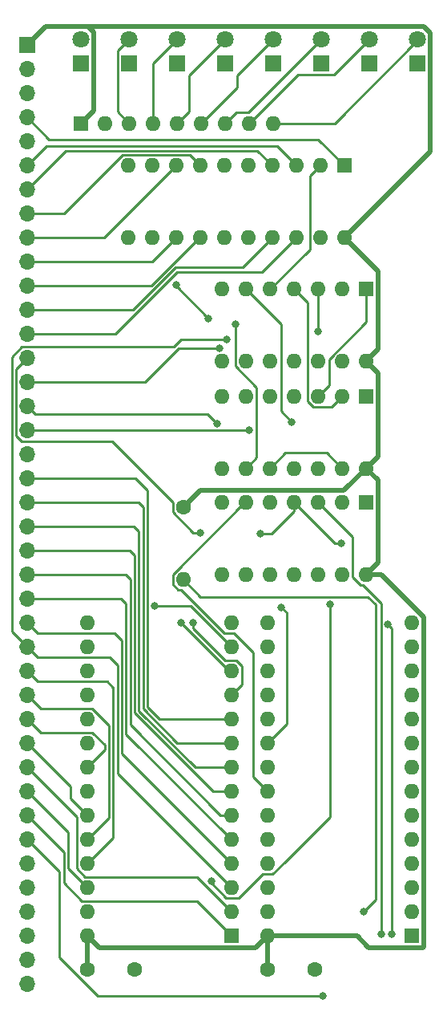
<source format=gbr>
%TF.GenerationSoftware,KiCad,Pcbnew,5.1.6-c6e7f7d~87~ubuntu18.04.1*%
%TF.CreationDate,2020-10-23T19:42:14+01:00*%
%TF.ProjectId,Banked_ROM,42616e6b-6564-45f5-924f-4d2e6b696361,rev?*%
%TF.SameCoordinates,Original*%
%TF.FileFunction,Copper,L1,Top*%
%TF.FilePolarity,Positive*%
%FSLAX46Y46*%
G04 Gerber Fmt 4.6, Leading zero omitted, Abs format (unit mm)*
G04 Created by KiCad (PCBNEW 5.1.6-c6e7f7d~87~ubuntu18.04.1) date 2020-10-23 19:42:14*
%MOMM*%
%LPD*%
G01*
G04 APERTURE LIST*
%TA.AperFunction,ComponentPad*%
%ADD10O,1.600000X1.600000*%
%TD*%
%TA.AperFunction,ComponentPad*%
%ADD11R,1.600000X1.600000*%
%TD*%
%TA.AperFunction,ComponentPad*%
%ADD12C,1.600000*%
%TD*%
%TA.AperFunction,ComponentPad*%
%ADD13O,1.700000X1.700000*%
%TD*%
%TA.AperFunction,ComponentPad*%
%ADD14R,1.700000X1.700000*%
%TD*%
%TA.AperFunction,ComponentPad*%
%ADD15C,1.800000*%
%TD*%
%TA.AperFunction,ComponentPad*%
%ADD16R,1.800000X1.800000*%
%TD*%
%TA.AperFunction,ViaPad*%
%ADD17C,0.800000*%
%TD*%
%TA.AperFunction,Conductor*%
%ADD18C,0.500000*%
%TD*%
%TA.AperFunction,Conductor*%
%ADD19C,0.250000*%
%TD*%
G04 APERTURE END LIST*
D10*
%TO.P,U6,20*%
%TO.N,+5V*%
X130048000Y-66040000D03*
%TO.P,U6,10*%
%TO.N,GND*%
X107188000Y-58420000D03*
%TO.P,U6,19*%
%TO.N,Net-(D8-Pad1)*%
X127508000Y-66040000D03*
%TO.P,U6,9*%
%TO.N,Net-(D4-Pad1)*%
X109728000Y-58420000D03*
%TO.P,U6,18*%
%TO.N,/D7*%
X124968000Y-66040000D03*
%TO.P,U6,8*%
%TO.N,/D3*%
X112268000Y-58420000D03*
%TO.P,U6,17*%
%TO.N,/D6*%
X122428000Y-66040000D03*
%TO.P,U6,7*%
%TO.N,/D2*%
X114808000Y-58420000D03*
%TO.P,U6,16*%
%TO.N,Net-(D7-Pad1)*%
X119888000Y-66040000D03*
%TO.P,U6,6*%
%TO.N,Net-(D3-Pad1)*%
X117348000Y-58420000D03*
%TO.P,U6,15*%
%TO.N,Net-(D6-Pad1)*%
X117348000Y-66040000D03*
%TO.P,U6,5*%
%TO.N,Net-(D2-Pad1)*%
X119888000Y-58420000D03*
%TO.P,U6,14*%
%TO.N,/D5*%
X114808000Y-66040000D03*
%TO.P,U6,4*%
%TO.N,/D1*%
X122428000Y-58420000D03*
%TO.P,U6,13*%
%TO.N,/D4*%
X112268000Y-66040000D03*
%TO.P,U6,3*%
%TO.N,/D0*%
X124968000Y-58420000D03*
%TO.P,U6,12*%
%TO.N,Net-(D5-Pad1)*%
X109728000Y-66040000D03*
%TO.P,U6,2*%
%TO.N,BANK_SEL*%
X127508000Y-58420000D03*
%TO.P,U6,11*%
%TO.N,Net-(U3-Pad2)*%
X107188000Y-66040000D03*
D11*
%TO.P,U6,1*%
%TO.N,RESET*%
X130048000Y-58420000D03*
%TD*%
D10*
%TO.P,U7,28*%
%TO.N,+5V*%
X102870000Y-139700000D03*
%TO.P,U7,14*%
%TO.N,GND*%
X118110000Y-106680000D03*
%TO.P,U7,27*%
%TO.N,MEM_WR*%
X102870000Y-137160000D03*
%TO.P,U7,13*%
%TO.N,/D2*%
X118110000Y-109220000D03*
%TO.P,U7,26*%
%TO.N,/A13*%
X102870000Y-134620000D03*
%TO.P,U7,12*%
%TO.N,/D1*%
X118110000Y-111760000D03*
%TO.P,U7,25*%
%TO.N,/A8*%
X102870000Y-132080000D03*
%TO.P,U7,11*%
%TO.N,/D0*%
X118110000Y-114300000D03*
%TO.P,U7,24*%
%TO.N,/A9*%
X102870000Y-129540000D03*
%TO.P,U7,10*%
%TO.N,/A0*%
X118110000Y-116840000D03*
%TO.P,U7,23*%
%TO.N,/A11*%
X102870000Y-127000000D03*
%TO.P,U7,9*%
%TO.N,/A1*%
X118110000Y-119380000D03*
%TO.P,U7,22*%
%TO.N,MEM_RD*%
X102870000Y-124460000D03*
%TO.P,U7,8*%
%TO.N,/A2*%
X118110000Y-121920000D03*
%TO.P,U7,21*%
%TO.N,/A10*%
X102870000Y-121920000D03*
%TO.P,U7,7*%
%TO.N,/A3*%
X118110000Y-124460000D03*
%TO.P,U7,20*%
%TO.N,RAM_EN*%
X102870000Y-119380000D03*
%TO.P,U7,6*%
%TO.N,/A4*%
X118110000Y-127000000D03*
%TO.P,U7,19*%
%TO.N,/D7*%
X102870000Y-116840000D03*
%TO.P,U7,5*%
%TO.N,/A5*%
X118110000Y-129540000D03*
%TO.P,U7,18*%
%TO.N,/D6*%
X102870000Y-114300000D03*
%TO.P,U7,4*%
%TO.N,/A6*%
X118110000Y-132080000D03*
%TO.P,U7,17*%
%TO.N,/D5*%
X102870000Y-111760000D03*
%TO.P,U7,3*%
%TO.N,/A7*%
X118110000Y-134620000D03*
%TO.P,U7,16*%
%TO.N,/D4*%
X102870000Y-109220000D03*
%TO.P,U7,2*%
%TO.N,/A12*%
X118110000Y-137160000D03*
%TO.P,U7,15*%
%TO.N,/D3*%
X102870000Y-106680000D03*
D11*
%TO.P,U7,1*%
%TO.N,/A14*%
X118110000Y-139700000D03*
%TD*%
D10*
%TO.P,U5,28*%
%TO.N,+5V*%
X121920000Y-139700000D03*
%TO.P,U5,14*%
%TO.N,GND*%
X137160000Y-106680000D03*
%TO.P,U5,27*%
%TO.N,Net-(R1-Pad2)*%
X121920000Y-137160000D03*
%TO.P,U5,13*%
%TO.N,/D2*%
X137160000Y-109220000D03*
%TO.P,U5,26*%
%TO.N,N/C*%
X121920000Y-134620000D03*
%TO.P,U5,12*%
%TO.N,/D1*%
X137160000Y-111760000D03*
%TO.P,U5,25*%
%TO.N,/A8*%
X121920000Y-132080000D03*
%TO.P,U5,11*%
%TO.N,/D0*%
X137160000Y-114300000D03*
%TO.P,U5,24*%
%TO.N,/A9*%
X121920000Y-129540000D03*
%TO.P,U5,10*%
%TO.N,/A0*%
X137160000Y-116840000D03*
%TO.P,U5,23*%
%TO.N,/A11*%
X121920000Y-127000000D03*
%TO.P,U5,9*%
%TO.N,/A1*%
X137160000Y-119380000D03*
%TO.P,U5,22*%
%TO.N,MEM_RD*%
X121920000Y-124460000D03*
%TO.P,U5,8*%
%TO.N,/A2*%
X137160000Y-121920000D03*
%TO.P,U5,21*%
%TO.N,/A10*%
X121920000Y-121920000D03*
%TO.P,U5,7*%
%TO.N,/A3*%
X137160000Y-124460000D03*
%TO.P,U5,20*%
%TO.N,ROM_EN*%
X121920000Y-119380000D03*
%TO.P,U5,6*%
%TO.N,/A4*%
X137160000Y-127000000D03*
%TO.P,U5,19*%
%TO.N,/D7*%
X121920000Y-116840000D03*
%TO.P,U5,5*%
%TO.N,/A5*%
X137160000Y-129540000D03*
%TO.P,U5,18*%
%TO.N,/D6*%
X121920000Y-114300000D03*
%TO.P,U5,4*%
%TO.N,/A6*%
X137160000Y-132080000D03*
%TO.P,U5,17*%
%TO.N,/D5*%
X121920000Y-111760000D03*
%TO.P,U5,3*%
%TO.N,/A7*%
X137160000Y-134620000D03*
%TO.P,U5,16*%
%TO.N,/D4*%
X121920000Y-109220000D03*
%TO.P,U5,2*%
%TO.N,/A12*%
X137160000Y-137160000D03*
%TO.P,U5,15*%
%TO.N,/D3*%
X121920000Y-106680000D03*
D11*
%TO.P,U5,1*%
%TO.N,N/C*%
X137160000Y-139700000D03*
%TD*%
D10*
%TO.P,U3,14*%
%TO.N,+5V*%
X132364480Y-79090520D03*
%TO.P,U3,7*%
%TO.N,GND*%
X117124480Y-71470520D03*
%TO.P,U3,13*%
X129824480Y-79090520D03*
%TO.P,U3,6*%
%TO.N,Net-(U2-Pad12)*%
X119664480Y-71470520D03*
%TO.P,U3,12*%
%TO.N,Net-(U3-Pad12)*%
X127284480Y-79090520D03*
%TO.P,U3,5*%
%TO.N,BANK_SEL*%
X122204480Y-71470520D03*
%TO.P,U3,11*%
%TO.N,GND*%
X124744480Y-79090520D03*
%TO.P,U3,4*%
%TO.N,Net-(U2-Pad2)*%
X124744480Y-71470520D03*
%TO.P,U3,10*%
%TO.N,Net-(U3-Pad10)*%
X122204480Y-79090520D03*
%TO.P,U3,3*%
%TO.N,/A7*%
X127284480Y-71470520D03*
%TO.P,U3,9*%
%TO.N,GND*%
X119664480Y-79090520D03*
%TO.P,U3,2*%
%TO.N,Net-(U3-Pad2)*%
X129824480Y-71470520D03*
%TO.P,U3,8*%
%TO.N,Net-(U3-Pad8)*%
X117124480Y-79090520D03*
D11*
%TO.P,U3,1*%
%TO.N,Net-(U2-Pad3)*%
X132364480Y-71470520D03*
%TD*%
D10*
%TO.P,U2,14*%
%TO.N,+5V*%
X132346700Y-90375740D03*
%TO.P,U2,7*%
%TO.N,GND*%
X117106700Y-82755740D03*
%TO.P,U2,13*%
%TO.N,A15*%
X129806700Y-90375740D03*
%TO.P,U2,6*%
%TO.N,Net-(U2-Pad1)*%
X119646700Y-82755740D03*
%TO.P,U2,12*%
%TO.N,Net-(U2-Pad12)*%
X127266700Y-90375740D03*
%TO.P,U2,5*%
%TO.N,WR*%
X122186700Y-82755740D03*
%TO.P,U2,11*%
%TO.N,RAM_EN*%
X124726700Y-90375740D03*
%TO.P,U2,4*%
%TO.N,IORQ*%
X124726700Y-82755740D03*
%TO.P,U2,10*%
%TO.N,A15*%
X122186700Y-90375740D03*
%TO.P,U2,3*%
%TO.N,Net-(U2-Pad3)*%
X127266700Y-82755740D03*
%TO.P,U2,9*%
%TO.N,BANK_SEL*%
X119646700Y-90375740D03*
%TO.P,U2,2*%
%TO.N,Net-(U2-Pad2)*%
X129806700Y-82755740D03*
%TO.P,U2,8*%
%TO.N,ROM_EN*%
X117106700Y-90375740D03*
D11*
%TO.P,U2,1*%
%TO.N,Net-(U2-Pad1)*%
X132346700Y-82755740D03*
%TD*%
D10*
%TO.P,U1,14*%
%TO.N,+5V*%
X132334000Y-101600000D03*
%TO.P,U1,7*%
%TO.N,GND*%
X117094000Y-93980000D03*
%TO.P,U1,13*%
X129794000Y-101600000D03*
%TO.P,U1,6*%
%TO.N,MEM_RD*%
X119634000Y-93980000D03*
%TO.P,U1,12*%
%TO.N,GND*%
X127254000Y-101600000D03*
%TO.P,U1,5*%
%TO.N,RD*%
X122174000Y-93980000D03*
%TO.P,U1,11*%
%TO.N,Net-(U1-Pad11)*%
X124714000Y-101600000D03*
%TO.P,U1,4*%
%TO.N,MREQ*%
X124714000Y-93980000D03*
%TO.P,U1,10*%
%TO.N,GND*%
X122174000Y-101600000D03*
%TO.P,U1,3*%
%TO.N,MEM_WR*%
X127254000Y-93980000D03*
%TO.P,U1,9*%
%TO.N,GND*%
X119634000Y-101600000D03*
%TO.P,U1,2*%
%TO.N,WR*%
X129794000Y-93980000D03*
%TO.P,U1,8*%
%TO.N,Net-(U1-Pad8)*%
X117094000Y-101600000D03*
D11*
%TO.P,U1,1*%
%TO.N,MREQ*%
X132334000Y-93980000D03*
%TD*%
D10*
%TO.P,RN1,9*%
%TO.N,Net-(D8-Pad2)*%
X122555000Y-53975000D03*
%TO.P,RN1,8*%
%TO.N,Net-(D7-Pad2)*%
X120015000Y-53975000D03*
%TO.P,RN1,7*%
%TO.N,Net-(D6-Pad2)*%
X117475000Y-53975000D03*
%TO.P,RN1,6*%
%TO.N,Net-(D5-Pad2)*%
X114935000Y-53975000D03*
%TO.P,RN1,5*%
%TO.N,Net-(D4-Pad2)*%
X112395000Y-53975000D03*
%TO.P,RN1,4*%
%TO.N,Net-(D3-Pad2)*%
X109855000Y-53975000D03*
%TO.P,RN1,3*%
%TO.N,Net-(D2-Pad2)*%
X107315000Y-53975000D03*
%TO.P,RN1,2*%
%TO.N,Net-(D1-Pad2)*%
X104775000Y-53975000D03*
D11*
%TO.P,RN1,1*%
%TO.N,+5V*%
X102235000Y-53975000D03*
%TD*%
D10*
%TO.P,R1,2*%
%TO.N,Net-(R1-Pad2)*%
X113030000Y-102108000D03*
D12*
%TO.P,R1,1*%
%TO.N,+5V*%
X113030000Y-94488000D03*
%TD*%
D13*
%TO.P,J1,40*%
%TO.N,Net-(J1-Pad40)*%
X96520000Y-144780000D03*
%TO.P,J1,39*%
%TO.N,Net-(J1-Pad39)*%
X96520000Y-142240000D03*
%TO.P,J1,38*%
%TO.N,Net-(J1-Pad38)*%
X96520000Y-139700000D03*
%TO.P,J1,37*%
%TO.N,Net-(J1-Pad37)*%
X96520000Y-137160000D03*
%TO.P,J1,36*%
%TO.N,Net-(J1-Pad36)*%
X96520000Y-134620000D03*
%TO.P,J1,35*%
%TO.N,Net-(J1-Pad35)*%
X96520000Y-132080000D03*
%TO.P,J1,34*%
%TO.N,A15*%
X96520000Y-129540000D03*
%TO.P,J1,33*%
%TO.N,/A14*%
X96520000Y-127000000D03*
%TO.P,J1,32*%
%TO.N,/A13*%
X96520000Y-124460000D03*
%TO.P,J1,31*%
%TO.N,/A12*%
X96520000Y-121920000D03*
%TO.P,J1,30*%
%TO.N,/A11*%
X96520000Y-119380000D03*
%TO.P,J1,29*%
%TO.N,/A10*%
X96520000Y-116840000D03*
%TO.P,J1,28*%
%TO.N,/A9*%
X96520000Y-114300000D03*
%TO.P,J1,27*%
%TO.N,/A8*%
X96520000Y-111760000D03*
%TO.P,J1,26*%
%TO.N,/A7*%
X96520000Y-109220000D03*
%TO.P,J1,25*%
%TO.N,/A6*%
X96520000Y-106680000D03*
%TO.P,J1,24*%
%TO.N,/A5*%
X96520000Y-104140000D03*
%TO.P,J1,23*%
%TO.N,/A4*%
X96520000Y-101600000D03*
%TO.P,J1,22*%
%TO.N,/A3*%
X96520000Y-99060000D03*
%TO.P,J1,21*%
%TO.N,/A2*%
X96520000Y-96520000D03*
%TO.P,J1,20*%
%TO.N,/A1*%
X96520000Y-93980000D03*
%TO.P,J1,19*%
%TO.N,/A0*%
X96520000Y-91440000D03*
%TO.P,J1,18*%
%TO.N,Net-(J1-Pad18)*%
X96520000Y-88900000D03*
%TO.P,J1,17*%
%TO.N,WR*%
X96520000Y-86360000D03*
%TO.P,J1,16*%
%TO.N,RD*%
X96520000Y-83820000D03*
%TO.P,J1,15*%
%TO.N,IORQ*%
X96520000Y-81280000D03*
%TO.P,J1,14*%
%TO.N,MREQ*%
X96520000Y-78740000D03*
%TO.P,J1,13*%
%TO.N,/D7*%
X96520000Y-76200000D03*
%TO.P,J1,12*%
%TO.N,/D6*%
X96520000Y-73660000D03*
%TO.P,J1,11*%
%TO.N,/D5*%
X96520000Y-71120000D03*
%TO.P,J1,10*%
%TO.N,/D4*%
X96520000Y-68580000D03*
%TO.P,J1,9*%
%TO.N,/D3*%
X96520000Y-66040000D03*
%TO.P,J1,8*%
%TO.N,/D2*%
X96520000Y-63500000D03*
%TO.P,J1,7*%
%TO.N,/D1*%
X96520000Y-60960000D03*
%TO.P,J1,6*%
%TO.N,/D0*%
X96520000Y-58420000D03*
%TO.P,J1,5*%
%TO.N,Net-(J1-Pad5)*%
X96520000Y-55880000D03*
%TO.P,J1,4*%
%TO.N,RESET*%
X96520000Y-53340000D03*
%TO.P,J1,3*%
%TO.N,Net-(J1-Pad3)*%
X96520000Y-50800000D03*
%TO.P,J1,2*%
%TO.N,GND*%
X96520000Y-48260000D03*
D14*
%TO.P,J1,1*%
%TO.N,+5V*%
X96520000Y-45720000D03*
%TD*%
D15*
%TO.P,D8,2*%
%TO.N,Net-(D8-Pad2)*%
X137795000Y-45085000D03*
D16*
%TO.P,D8,1*%
%TO.N,Net-(D8-Pad1)*%
X137795000Y-47625000D03*
%TD*%
D15*
%TO.P,D7,2*%
%TO.N,Net-(D7-Pad2)*%
X132715000Y-45085000D03*
D16*
%TO.P,D7,1*%
%TO.N,Net-(D7-Pad1)*%
X132715000Y-47625000D03*
%TD*%
D15*
%TO.P,D6,2*%
%TO.N,Net-(D6-Pad2)*%
X127635000Y-45085000D03*
D16*
%TO.P,D6,1*%
%TO.N,Net-(D6-Pad1)*%
X127635000Y-47625000D03*
%TD*%
D15*
%TO.P,D5,2*%
%TO.N,Net-(D5-Pad2)*%
X122555000Y-45085000D03*
D16*
%TO.P,D5,1*%
%TO.N,Net-(D5-Pad1)*%
X122555000Y-47625000D03*
%TD*%
D15*
%TO.P,D4,2*%
%TO.N,Net-(D4-Pad2)*%
X117475000Y-45085000D03*
D16*
%TO.P,D4,1*%
%TO.N,Net-(D4-Pad1)*%
X117475000Y-47625000D03*
%TD*%
D15*
%TO.P,D3,2*%
%TO.N,Net-(D3-Pad2)*%
X112395000Y-45085000D03*
D16*
%TO.P,D3,1*%
%TO.N,Net-(D3-Pad1)*%
X112395000Y-47625000D03*
%TD*%
D15*
%TO.P,D2,2*%
%TO.N,Net-(D2-Pad2)*%
X107315000Y-45085000D03*
D16*
%TO.P,D2,1*%
%TO.N,Net-(D2-Pad1)*%
X107315000Y-47625000D03*
%TD*%
D15*
%TO.P,D1,2*%
%TO.N,Net-(D1-Pad2)*%
X102235000Y-45085000D03*
D16*
%TO.P,D1,1*%
%TO.N,BANK_SEL*%
X102235000Y-47625000D03*
%TD*%
D12*
%TO.P,C2,2*%
%TO.N,GND*%
X107870000Y-143256000D03*
%TO.P,C2,1*%
%TO.N,+5V*%
X102870000Y-143256000D03*
%TD*%
%TO.P,C1,2*%
%TO.N,GND*%
X126920000Y-143256000D03*
%TO.P,C1,1*%
%TO.N,+5V*%
X121920000Y-143256000D03*
%TD*%
D17*
%TO.N,BANK_SEL*%
X118521699Y-75153301D03*
%TO.N,A15*%
X135049260Y-139514580D03*
X134651580Y-106870500D03*
X127782320Y-146029680D03*
%TO.N,/A7*%
X117609620Y-76804520D03*
X127271780Y-75928220D03*
%TO.N,WR*%
X120020080Y-86380320D03*
%TO.N,RD*%
X116583460Y-85635000D03*
%TO.N,IORQ*%
X116841085Y-77719501D03*
%TO.N,MREQ*%
X114853720Y-97221040D03*
X121145300Y-97241360D03*
X129743200Y-98277680D03*
%TO.N,/D2*%
X109982000Y-104902000D03*
%TO.N,/D1*%
X112776000Y-106680000D03*
%TO.N,/D0*%
X114046000Y-106680000D03*
%TO.N,Net-(R1-Pad2)*%
X132115560Y-137160000D03*
%TO.N,MEM_WR*%
X133926580Y-139484100D03*
%TO.N,Net-(U2-Pad12)*%
X124495560Y-85514180D03*
%TO.N,RAM_EN*%
X115966240Y-133930001D03*
X128513840Y-104757220D03*
%TO.N,ROM_EN*%
X123410980Y-105067100D03*
%TO.N,Net-(U3-Pad2)*%
X115691920Y-74554080D03*
X112273080Y-71051420D03*
%TD*%
D18*
%TO.N,+5V*%
X120669999Y-140950001D02*
X121920000Y-139700000D01*
X104120001Y-140950001D02*
X120669999Y-140950001D01*
X102870000Y-139700000D02*
X104120001Y-140950001D01*
X102870000Y-139700000D02*
X102870000Y-143256000D01*
X121920000Y-139700000D02*
X121920000Y-143256000D01*
X133584001Y-91613041D02*
X132346700Y-90375740D01*
X133584001Y-100349999D02*
X133584001Y-91613041D01*
X132334000Y-101600000D02*
X133584001Y-100349999D01*
X133596701Y-80322741D02*
X132364480Y-79090520D01*
X133596701Y-89125739D02*
X133596701Y-80322741D01*
X132346700Y-90375740D02*
X133596701Y-89125739D01*
X133614481Y-69606481D02*
X130048000Y-66040000D01*
X133614481Y-77840519D02*
X133614481Y-69606481D01*
X132364480Y-79090520D02*
X133614481Y-77840519D01*
X114788001Y-92729999D02*
X113030000Y-94488000D01*
X129992441Y-92729999D02*
X114788001Y-92729999D01*
X132346700Y-90375740D02*
X129992441Y-92729999D01*
X121920000Y-139700000D02*
X131376420Y-139700000D01*
X138410001Y-106079999D02*
X133930002Y-101600000D01*
X138410001Y-140860001D02*
X138410001Y-106079999D01*
X138320001Y-140950001D02*
X138410001Y-140860001D01*
X133930002Y-101600000D02*
X132334000Y-101600000D01*
X132626421Y-140950001D02*
X138320001Y-140950001D01*
X131376420Y-139700000D02*
X132626421Y-140950001D01*
X103585001Y-44316641D02*
X103585001Y-52624999D01*
X103003359Y-43734999D02*
X103585001Y-44316641D01*
X103585001Y-52624999D02*
X102235000Y-53975000D01*
X98505001Y-43734999D02*
X103003359Y-43734999D01*
X96520000Y-45720000D02*
X98505001Y-43734999D01*
X139145001Y-56942999D02*
X130048000Y-66040000D01*
X139145001Y-44436999D02*
X139145001Y-56942999D01*
X138443001Y-43734999D02*
X139145001Y-44436999D01*
X103003359Y-43734999D02*
X138443001Y-43734999D01*
D19*
%TO.N,BANK_SEL*%
X118521699Y-79612741D02*
X118521699Y-75153301D01*
X120771701Y-81862743D02*
X118521699Y-79612741D01*
X120771701Y-89250739D02*
X120771701Y-81862743D01*
X119646700Y-90375740D02*
X120771701Y-89250739D01*
X127175260Y-58420000D02*
X127508000Y-58420000D01*
X126382999Y-59545001D02*
X127508000Y-58420000D01*
X122204480Y-71470520D02*
X126382999Y-67292001D01*
X126382999Y-67292001D02*
X126382999Y-59545001D01*
%TO.N,Net-(D2-Pad2)*%
X106089999Y-52749999D02*
X107315000Y-53975000D01*
X106089999Y-46310001D02*
X106089999Y-52749999D01*
X107315000Y-45085000D02*
X106089999Y-46310001D01*
%TO.N,Net-(D3-Pad2)*%
X109855000Y-47625000D02*
X109855000Y-53975000D01*
X112395000Y-45085000D02*
X109855000Y-47625000D01*
%TO.N,Net-(D4-Pad2)*%
X113620001Y-48939999D02*
X117475000Y-45085000D01*
X113620001Y-52749999D02*
X113620001Y-48939999D01*
X112395000Y-53975000D02*
X113620001Y-52749999D01*
%TO.N,Net-(D5-Pad2)*%
X118700001Y-48939999D02*
X122555000Y-45085000D01*
X118700001Y-50209999D02*
X118700001Y-48939999D01*
X114935000Y-53975000D02*
X118700001Y-50209999D01*
%TO.N,Net-(D6-Pad2)*%
X119870001Y-52849999D02*
X127635000Y-45085000D01*
X118600001Y-52849999D02*
X119870001Y-52849999D01*
X117475000Y-53975000D02*
X118600001Y-52849999D01*
%TO.N,Net-(D7-Pad2)*%
X128949999Y-48850001D02*
X132715000Y-45085000D01*
X125139999Y-48850001D02*
X128949999Y-48850001D01*
X120015000Y-53975000D02*
X125139999Y-48850001D01*
%TO.N,Net-(D8-Pad2)*%
X137795000Y-45239998D02*
X137795000Y-45085000D01*
X129059998Y-53975000D02*
X137795000Y-45239998D01*
X122555000Y-53975000D02*
X129059998Y-53975000D01*
%TO.N,A15*%
X122186700Y-90375740D02*
X123804680Y-88757760D01*
X128188720Y-88757760D02*
X129806700Y-90375740D01*
X123804680Y-88757760D02*
X128188720Y-88757760D01*
X135049260Y-139514580D02*
X135049260Y-107268180D01*
X135049260Y-107268180D02*
X134651580Y-106870500D01*
X127782320Y-146029680D02*
X103978678Y-146029680D01*
X99937982Y-141988984D02*
X103978678Y-146029680D01*
X99937982Y-132957982D02*
X99937982Y-141988984D01*
X96520000Y-129540000D02*
X99937982Y-132957982D01*
%TO.N,/A14*%
X102329999Y-136034999D02*
X114444999Y-136034999D01*
X100387991Y-134092991D02*
X102329999Y-136034999D01*
X114444999Y-136034999D02*
X118110000Y-139700000D01*
X100387991Y-130867991D02*
X100387991Y-134092991D01*
X96520000Y-127000000D02*
X100387991Y-130867991D01*
%TO.N,/A13*%
X96520000Y-124460000D02*
X100838000Y-128778000D01*
X100838000Y-132588000D02*
X102870000Y-134620000D01*
X100838000Y-128778000D02*
X100838000Y-132588000D01*
%TO.N,/A12*%
X114444999Y-133494999D02*
X118110000Y-137160000D01*
X101744999Y-132620001D02*
X102619997Y-133494999D01*
X102619997Y-133494999D02*
X114444999Y-133494999D01*
X101744999Y-127144999D02*
X101744999Y-132620001D01*
X96520000Y-121920000D02*
X101744999Y-127144999D01*
%TO.N,/A11*%
X96520000Y-119380000D02*
X96520000Y-119775002D01*
X101092000Y-125222000D02*
X102870000Y-127000000D01*
X96520000Y-119380000D02*
X101092000Y-123952000D01*
X101092000Y-123952000D02*
X101092000Y-125222000D01*
%TO.N,/A10*%
X103410001Y-118254999D02*
X104719904Y-119564902D01*
X96520000Y-116840000D02*
X97934999Y-118254999D01*
X97934999Y-118254999D02*
X103410001Y-118254999D01*
X104719904Y-120070096D02*
X102870000Y-121920000D01*
X104719904Y-119564902D02*
X104719904Y-120070096D01*
%TO.N,/A9*%
X103410001Y-115714999D02*
X105169914Y-117474912D01*
X96520000Y-114300000D02*
X97934999Y-115714999D01*
X97934999Y-115714999D02*
X103410001Y-115714999D01*
X105169914Y-127240086D02*
X102870000Y-129540000D01*
X105169914Y-117474912D02*
X105169914Y-127240086D01*
%TO.N,/A8*%
X105011001Y-112885001D02*
X105619924Y-113493924D01*
X96520000Y-111760000D02*
X97645001Y-112885001D01*
X97645001Y-112885001D02*
X105011001Y-112885001D01*
X105619924Y-129330076D02*
X102870000Y-132080000D01*
X105619924Y-113493924D02*
X105619924Y-129330076D01*
%TO.N,/A7*%
X105265001Y-110345001D02*
X106069934Y-111149934D01*
X96520000Y-109220000D02*
X97645001Y-110345001D01*
X97645001Y-110345001D02*
X105265001Y-110345001D01*
X106069934Y-122579934D02*
X118110000Y-134620000D01*
X106069934Y-111149934D02*
X106069934Y-122579934D01*
X94894990Y-107594990D02*
X94894990Y-78626008D01*
X96520000Y-109220000D02*
X94894990Y-107594990D01*
X94894990Y-78626008D02*
X95955999Y-77564999D01*
X95955999Y-77564999D02*
X112058593Y-77564999D01*
X112058593Y-77564999D02*
X112819072Y-76804520D01*
X112819072Y-76804520D02*
X117609620Y-76804520D01*
X127271780Y-71483220D02*
X127284480Y-71470520D01*
X127271780Y-75928220D02*
X127271780Y-71483220D01*
%TO.N,/A6*%
X97645001Y-107805001D02*
X105773001Y-107805001D01*
X96520000Y-106680000D02*
X97645001Y-107805001D01*
X106519944Y-120489944D02*
X118110000Y-132080000D01*
X106519944Y-108551944D02*
X106519944Y-120489944D01*
X105773001Y-107805001D02*
X106519944Y-108551944D01*
%TO.N,/A5*%
X96520000Y-104140000D02*
X106461954Y-104140000D01*
X106969954Y-118399954D02*
X118110000Y-129540000D01*
X106969954Y-104648000D02*
X106969954Y-118399954D01*
X106461954Y-104140000D02*
X106969954Y-104648000D01*
%TO.N,/A4*%
X96520000Y-101600000D02*
X106911963Y-101600000D01*
X107419964Y-117441334D02*
X116978630Y-127000000D01*
X107419964Y-102108001D02*
X107419964Y-117441334D01*
X116978630Y-127000000D02*
X118110000Y-127000000D01*
X106911963Y-101600000D02*
X107419964Y-102108001D01*
%TO.N,/A3*%
X96520000Y-99060000D02*
X107361972Y-99060000D01*
X116200770Y-124460000D02*
X118110000Y-124460000D01*
X107869973Y-116129203D02*
X116200770Y-124460000D01*
X107869972Y-99568000D02*
X107869973Y-116129203D01*
X107361972Y-99060000D02*
X107869972Y-99568000D01*
%TO.N,/A2*%
X96520000Y-96520000D02*
X107811981Y-96520000D01*
X114297180Y-121920000D02*
X118110000Y-121920000D01*
X108319982Y-115942802D02*
X114297180Y-121920000D01*
X108319982Y-97028001D02*
X108319982Y-115942802D01*
X107811981Y-96520000D02*
X108319982Y-97028001D01*
%TO.N,/A1*%
X96520000Y-93980000D02*
X108261990Y-93980000D01*
X112393590Y-119380000D02*
X118110000Y-119380000D01*
X108769990Y-94488000D02*
X108769991Y-115756401D01*
X108769991Y-115756401D02*
X112393590Y-119380000D01*
X108261990Y-93980000D02*
X108769990Y-94488000D01*
%TO.N,/A0*%
X96520000Y-91440000D02*
X107950000Y-91440000D01*
X107950000Y-91440000D02*
X109220000Y-92710000D01*
X109220000Y-92710000D02*
X109220000Y-115570000D01*
X110490000Y-116840000D02*
X118110000Y-116840000D01*
X109220000Y-115570000D02*
X110490000Y-116840000D01*
%TO.N,WR*%
X96520000Y-86360000D02*
X119999760Y-86360000D01*
X119999760Y-86360000D02*
X120020080Y-86380320D01*
%TO.N,RD*%
X115618459Y-84669999D02*
X116583460Y-85635000D01*
X96520000Y-83820000D02*
X97369999Y-84669999D01*
X97369999Y-84669999D02*
X115618459Y-84669999D01*
%TO.N,IORQ*%
X112540501Y-77719501D02*
X116841085Y-77719501D01*
X96520000Y-81280000D02*
X108980002Y-81280000D01*
X108980002Y-81280000D02*
X112540501Y-77719501D01*
%TO.N,MREQ*%
X114098038Y-97221040D02*
X114853720Y-97221040D01*
X111904999Y-95028001D02*
X114098038Y-97221040D01*
X95344999Y-79915001D02*
X95344999Y-86924001D01*
X96520000Y-78740000D02*
X95344999Y-79915001D01*
X95955999Y-87535001D02*
X105492001Y-87535001D01*
X95344999Y-86924001D02*
X95955999Y-87535001D01*
X105492001Y-87535001D02*
X111904999Y-93947999D01*
X111904999Y-93947999D02*
X111904999Y-95028001D01*
X121145300Y-97241360D02*
X122344180Y-97241360D01*
X124714000Y-94871540D02*
X124714000Y-93980000D01*
X122344180Y-97241360D02*
X124714000Y-94871540D01*
X124714000Y-93980000D02*
X129011680Y-98277680D01*
X129011680Y-98277680D02*
X129743200Y-98277680D01*
%TO.N,/D7*%
X96520000Y-76200000D02*
X105836720Y-76200000D01*
X105836720Y-76200000D02*
X112387380Y-69649340D01*
X121358660Y-69649340D02*
X124968000Y-66040000D01*
X112387380Y-69649340D02*
X121358660Y-69649340D01*
%TO.N,/D6*%
X96520000Y-73660000D02*
X107740310Y-73660000D01*
X107740310Y-73660000D02*
X112200980Y-69199330D01*
X119268670Y-69199330D02*
X122428000Y-66040000D01*
X112200980Y-69199330D02*
X119268670Y-69199330D01*
%TO.N,/D5*%
X96520000Y-71120000D02*
X109643900Y-71120000D01*
X114723900Y-66040000D02*
X114808000Y-66040000D01*
X109643900Y-71120000D02*
X114723900Y-66040000D01*
%TO.N,/D4*%
X109728000Y-68580000D02*
X112268000Y-66040000D01*
X96520000Y-68580000D02*
X109728000Y-68580000D01*
%TO.N,/D3*%
X104648000Y-66040000D02*
X112268000Y-58420000D01*
X96520000Y-66040000D02*
X104648000Y-66040000D01*
%TO.N,/D2*%
X113792000Y-104902000D02*
X118110000Y-109220000D01*
X109982000Y-104902000D02*
X113792000Y-104902000D01*
X96520000Y-63500000D02*
X100413820Y-63500000D01*
X113682999Y-57294999D02*
X114808000Y-58420000D01*
X106618821Y-57294999D02*
X113682999Y-57294999D01*
X100413820Y-63500000D02*
X106618821Y-57294999D01*
%TO.N,/D1*%
X117856000Y-111760000D02*
X118110000Y-111760000D01*
X112776000Y-106680000D02*
X117856000Y-111760000D01*
X120852989Y-56844989D02*
X122428000Y-58420000D01*
X100635011Y-56844989D02*
X120852989Y-56844989D01*
X96520000Y-60960000D02*
X100635011Y-56844989D01*
%TO.N,/D0*%
X119235001Y-111219999D02*
X119235001Y-113174999D01*
X118650001Y-110634999D02*
X119235001Y-111219999D01*
X119235001Y-113174999D02*
X118110000Y-114300000D01*
X117435314Y-110634999D02*
X118650001Y-110634999D01*
X114046000Y-107245685D02*
X117435314Y-110634999D01*
X114046000Y-106680000D02*
X114046000Y-107245685D01*
X96520000Y-58420000D02*
X98545021Y-56394979D01*
X122942979Y-56394979D02*
X124968000Y-58420000D01*
X98545021Y-56394979D02*
X122942979Y-56394979D01*
%TO.N,RESET*%
X98849979Y-55669979D02*
X96520000Y-53340000D01*
X130048000Y-58420000D02*
X127297979Y-55669979D01*
X127297979Y-55669979D02*
X98849979Y-55669979D01*
%TO.N,Net-(R1-Pad2)*%
X114846100Y-103924100D02*
X113030000Y-102108000D01*
X132534660Y-103924100D02*
X114846100Y-103924100D01*
X133367780Y-104757220D02*
X132534660Y-103924100D01*
X133367780Y-135907780D02*
X133367780Y-104757220D01*
X132115560Y-137160000D02*
X132115560Y-137160000D01*
X132115560Y-137160000D02*
X133367780Y-135907780D01*
%TO.N,MEM_RD*%
X121920000Y-124460000D02*
X120396000Y-122936000D01*
X111904999Y-102648001D02*
X111904999Y-101567999D01*
X112489999Y-103233001D02*
X111904999Y-102648001D01*
X112759411Y-103233001D02*
X112489999Y-103233001D01*
X111904999Y-101567999D02*
X119492998Y-93980000D01*
X117331411Y-107805001D02*
X112759411Y-103233001D01*
X119492998Y-93980000D02*
X119634000Y-93980000D01*
X118360003Y-107805001D02*
X117331411Y-107805001D01*
X120396000Y-109840998D02*
X118360003Y-107805001D01*
X120396000Y-122936000D02*
X120396000Y-109840998D01*
%TO.N,MEM_WR*%
X130919001Y-101850003D02*
X130919001Y-97645001D01*
X131793999Y-102725001D02*
X130919001Y-101850003D01*
X133926580Y-104679610D02*
X131971971Y-102725001D01*
X130919001Y-97645001D02*
X127254000Y-93980000D01*
X131971971Y-102725001D02*
X131793999Y-102725001D01*
X133926580Y-139484100D02*
X133926580Y-104679610D01*
%TO.N,Net-(U2-Pad12)*%
X123329481Y-84348101D02*
X124495560Y-85514180D01*
X119664480Y-71470520D02*
X123329481Y-75135521D01*
X123329481Y-75135521D02*
X123329481Y-84348101D01*
%TO.N,RAM_EN*%
X117569999Y-135745001D02*
X118897619Y-135745001D01*
X115966240Y-133930001D02*
X115966240Y-134141242D01*
X115966240Y-134141242D02*
X117569999Y-135745001D01*
X122460001Y-133205001D02*
X123769120Y-131895882D01*
X118897619Y-135745001D02*
X121437619Y-133205001D01*
X121437619Y-133205001D02*
X122460001Y-133205001D01*
X123769120Y-131895882D02*
X128513840Y-127151162D01*
X128513840Y-127151162D02*
X128513840Y-104757220D01*
%TO.N,Net-(U2-Pad3)*%
X128409481Y-78859599D02*
X128409481Y-81612959D01*
X128409481Y-81612959D02*
X127266700Y-82755740D01*
X132364480Y-74904600D02*
X128409481Y-78859599D01*
X132364480Y-71470520D02*
X132364480Y-74904600D01*
%TO.N,Net-(U2-Pad2)*%
X128681699Y-83880741D02*
X129806700Y-82755740D01*
X126726699Y-83880741D02*
X128681699Y-83880741D01*
X126141699Y-83295741D02*
X126726699Y-83880741D01*
X126141699Y-72867739D02*
X126141699Y-83295741D01*
X124744480Y-71470520D02*
X126141699Y-72867739D01*
%TO.N,ROM_EN*%
X121920000Y-119380000D02*
X123954540Y-117345460D01*
X123954540Y-117345460D02*
X123954540Y-105610660D01*
X123954540Y-105610660D02*
X123410980Y-105067100D01*
%TO.N,Net-(U3-Pad2)*%
X115691920Y-74554080D02*
X112273080Y-71135240D01*
X112273080Y-71135240D02*
X112273080Y-71051420D01*
%TD*%
M02*

</source>
